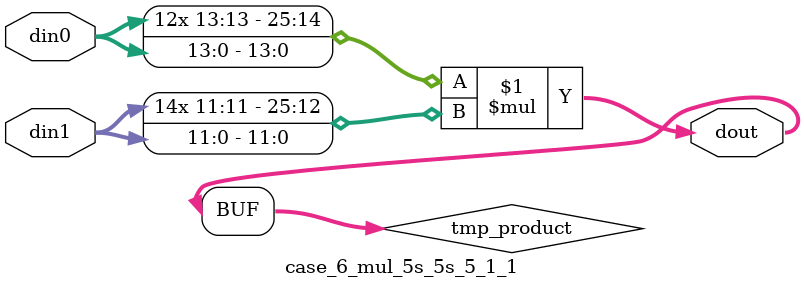
<source format=v>

`timescale 1 ns / 1 ps

 module case_6_mul_5s_5s_5_1_1(din0, din1, dout);
parameter ID = 1;
parameter NUM_STAGE = 0;
parameter din0_WIDTH = 14;
parameter din1_WIDTH = 12;
parameter dout_WIDTH = 26;

input [din0_WIDTH - 1 : 0] din0; 
input [din1_WIDTH - 1 : 0] din1; 
output [dout_WIDTH - 1 : 0] dout;

wire signed [dout_WIDTH - 1 : 0] tmp_product;



























assign tmp_product = $signed(din0) * $signed(din1);








assign dout = tmp_product;





















endmodule

</source>
